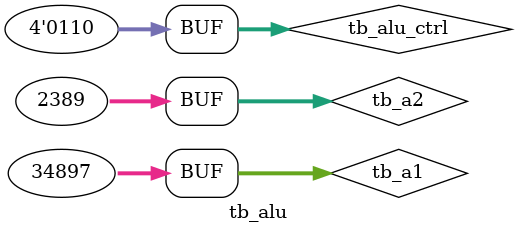
<source format=v>
`timescale 1ns / 1ps


module tb_alu;

	// Inputs
	reg [31:0] tb_a1;
	reg [31:0] tb_a2;
	reg [3:0] tb_alu_ctrl;

	// Outputs
	wire tb_zero;
	wire [31:0] tb_alu_out;

	// Instantiate the Unit Under Test (UUT)
	ALU uut (
		.a1(tb_a1), 
		.a2(tb_a2), 
		.alu_ctrl(tb_alu_ctrl), 
		.zero(tb_zero), 
		.alu_out(tb_alu_out)
	);

	initial begin
		// Initialize Inputs
		tb_a1 = 32'd34897;
		tb_a2 = 32'd2389;
		tb_alu_ctrl = 0;

		// Wait 100 ns for global reset to finish
		#50 tb_alu_ctrl <= 4'b0000;       //add
      #50 tb_alu_ctrl <= 4'b0001;  		 //sub
      #50 tb_alu_ctrl <= 4'b0010;		 //and
      #50 tb_alu_ctrl <= 4'b0011;		 //or
      #50 tb_alu_ctrl <= 4'b0100;		 //nor
		#50 tb_alu_ctrl <= 4'b0101;       //compare
      #50 tb_alu_ctrl <= 4'b0110;       //bitwise or
  
	end
      
endmodule


</source>
